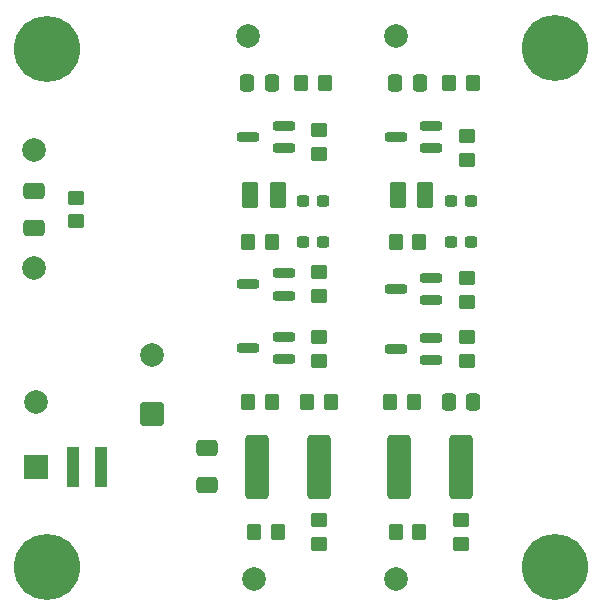
<source format=gts>
%TF.GenerationSoftware,KiCad,Pcbnew,9.0.4*%
%TF.CreationDate,2025-09-17T14:50:29+08:00*%
%TF.ProjectId,YUV Circuit,59555620-4369-4726-9375-69742e6b6963,rev?*%
%TF.SameCoordinates,Original*%
%TF.FileFunction,Soldermask,Top*%
%TF.FilePolarity,Negative*%
%FSLAX46Y46*%
G04 Gerber Fmt 4.6, Leading zero omitted, Abs format (unit mm)*
G04 Created by KiCad (PCBNEW 9.0.4) date 2025-09-17 14:50:29*
%MOMM*%
%LPD*%
G01*
G04 APERTURE LIST*
G04 Aperture macros list*
%AMRoundRect*
0 Rectangle with rounded corners*
0 $1 Rounding radius*
0 $2 $3 $4 $5 $6 $7 $8 $9 X,Y pos of 4 corners*
0 Add a 4 corners polygon primitive as box body*
4,1,4,$2,$3,$4,$5,$6,$7,$8,$9,$2,$3,0*
0 Add four circle primitives for the rounded corners*
1,1,$1+$1,$2,$3*
1,1,$1+$1,$4,$5*
1,1,$1+$1,$6,$7*
1,1,$1+$1,$8,$9*
0 Add four rect primitives between the rounded corners*
20,1,$1+$1,$2,$3,$4,$5,0*
20,1,$1+$1,$4,$5,$6,$7,0*
20,1,$1+$1,$6,$7,$8,$9,0*
20,1,$1+$1,$8,$9,$2,$3,0*%
G04 Aperture macros list end*
%ADD10C,5.600000*%
%ADD11C,2.000000*%
%ADD12RoundRect,0.250000X-0.450000X0.350000X-0.450000X-0.350000X0.450000X-0.350000X0.450000X0.350000X0*%
%ADD13RoundRect,0.250000X-0.337500X-0.475000X0.337500X-0.475000X0.337500X0.475000X-0.337500X0.475000X0*%
%ADD14RoundRect,0.250000X0.350000X0.450000X-0.350000X0.450000X-0.350000X-0.450000X0.350000X-0.450000X0*%
%ADD15RoundRect,0.250000X0.450000X-0.350000X0.450000X0.350000X-0.450000X0.350000X-0.450000X-0.350000X0*%
%ADD16RoundRect,0.250000X0.337500X0.475000X-0.337500X0.475000X-0.337500X-0.475000X0.337500X-0.475000X0*%
%ADD17RoundRect,0.200000X0.750000X0.200000X-0.750000X0.200000X-0.750000X-0.200000X0.750000X-0.200000X0*%
%ADD18R,2.000000X2.000000*%
%ADD19RoundRect,0.249999X0.737501X2.450001X-0.737501X2.450001X-0.737501X-2.450001X0.737501X-2.450001X0*%
%ADD20RoundRect,0.237500X0.300000X0.237500X-0.300000X0.237500X-0.300000X-0.237500X0.300000X-0.237500X0*%
%ADD21RoundRect,0.250001X-0.462499X-0.849999X0.462499X-0.849999X0.462499X0.849999X-0.462499X0.849999X0*%
%ADD22RoundRect,0.250000X-0.350000X-0.450000X0.350000X-0.450000X0.350000X0.450000X-0.350000X0.450000X0*%
%ADD23R,0.980000X3.400000*%
%ADD24RoundRect,0.250000X0.750000X-0.750000X0.750000X0.750000X-0.750000X0.750000X-0.750000X-0.750000X0*%
%ADD25RoundRect,0.250000X0.650000X-0.412500X0.650000X0.412500X-0.650000X0.412500X-0.650000X-0.412500X0*%
%ADD26RoundRect,0.250000X-0.650000X0.412500X-0.650000X-0.412500X0.650000X-0.412500X0.650000X0.412500X0*%
G04 APERTURE END LIST*
D10*
%TO.C,REF\u002A\u002A*%
X196000000Y-134000000D03*
%TD*%
%TO.C,REF\u002A\u002A*%
X153000000Y-134000000D03*
%TD*%
%TO.C,REF\u002A\u002A*%
X196000000Y-90000000D03*
%TD*%
%TO.C,REF\u002A\u002A*%
X153000000Y-90100000D03*
%TD*%
D11*
%TO.C,Y2*%
X151900000Y-98700000D03*
%TD*%
%TO.C,R-Y1*%
X182500000Y-89000000D03*
%TD*%
%TO.C,PR1*%
X182500000Y-135000000D03*
%TD*%
%TO.C,GND1*%
X152000000Y-120000000D03*
%TD*%
%TO.C,B-Y1*%
X170000000Y-89000000D03*
%TD*%
%TO.C,PB1*%
X170500000Y-135000000D03*
%TD*%
%TO.C,Y1*%
X151900000Y-108700000D03*
%TD*%
D12*
%TO.C,RR6*%
X188500000Y-109500000D03*
X188500000Y-111500000D03*
%TD*%
%TO.C,RR3*%
X188000000Y-130000000D03*
X188000000Y-132000000D03*
%TD*%
D13*
%TO.C,RR2*%
X186962500Y-120000000D03*
X189037500Y-120000000D03*
%TD*%
D14*
%TO.C,RR7*%
X184500000Y-106500000D03*
X182500000Y-106500000D03*
%TD*%
D15*
%TO.C,RY1*%
X155400000Y-104700000D03*
X155400000Y-102700000D03*
%TD*%
D16*
%TO.C,CB4*%
X172000000Y-93000000D03*
X169925000Y-93000000D03*
%TD*%
D17*
%TO.C,QR2*%
X185500000Y-111400000D03*
X185500000Y-109500000D03*
X182500000Y-110450000D03*
%TD*%
D12*
%TO.C,RB8*%
X176000000Y-97000000D03*
X176000000Y-99000000D03*
%TD*%
D17*
%TO.C,QB2*%
X173000000Y-111000000D03*
X173000000Y-109100000D03*
X170000000Y-110050000D03*
%TD*%
D18*
%TO.C,8V1*%
X152000000Y-125500000D03*
%TD*%
D19*
%TO.C,CR1*%
X188000000Y-125500000D03*
X182725000Y-125500000D03*
%TD*%
D20*
%TO.C,CB2*%
X176362500Y-106500000D03*
X174637500Y-106500000D03*
%TD*%
D14*
%TO.C,RB7*%
X172000000Y-106500000D03*
X170000000Y-106500000D03*
%TD*%
D17*
%TO.C,QB1*%
X173000000Y-116400000D03*
X173000000Y-114500000D03*
X170000000Y-115450000D03*
%TD*%
D21*
%TO.C,LR1*%
X182675000Y-102500000D03*
X185000000Y-102500000D03*
%TD*%
D20*
%TO.C,CR3*%
X188862500Y-103000000D03*
X187137500Y-103000000D03*
%TD*%
D22*
%TO.C,RB9*%
X174500000Y-93000000D03*
X176500000Y-93000000D03*
%TD*%
D19*
%TO.C,CB1*%
X176000000Y-125500000D03*
X170725000Y-125500000D03*
%TD*%
D23*
%TO.C,L81*%
X155130000Y-125500000D03*
X157500000Y-125500000D03*
%TD*%
D21*
%TO.C,LB1*%
X170175000Y-102500000D03*
X172500000Y-102500000D03*
%TD*%
D17*
%TO.C,QR1*%
X185500000Y-116450000D03*
X185500000Y-114550000D03*
X182500000Y-115500000D03*
%TD*%
D24*
%TO.C,C81*%
X161867677Y-121000000D03*
D11*
X161867677Y-116000000D03*
%TD*%
D16*
%TO.C,CR4*%
X184537500Y-93000000D03*
X182462500Y-93000000D03*
%TD*%
D25*
%TO.C,CY1*%
X151900000Y-105262500D03*
X151900000Y-102137500D03*
%TD*%
D22*
%TO.C,RB1*%
X170500000Y-131000000D03*
X172500000Y-131000000D03*
%TD*%
D12*
%TO.C,RR5*%
X188500000Y-114500000D03*
X188500000Y-116500000D03*
%TD*%
%TO.C,RB5*%
X176000000Y-114500000D03*
X176000000Y-116500000D03*
%TD*%
D22*
%TO.C,RR1*%
X182500000Y-131000000D03*
X184500000Y-131000000D03*
%TD*%
D12*
%TO.C,RB6*%
X176000000Y-109000000D03*
X176000000Y-111000000D03*
%TD*%
%TO.C,RB3*%
X176000000Y-130000000D03*
X176000000Y-132000000D03*
%TD*%
D14*
%TO.C,RB4*%
X172000000Y-120000000D03*
X170000000Y-120000000D03*
%TD*%
D22*
%TO.C,RB2*%
X175000000Y-120000000D03*
X177000000Y-120000000D03*
%TD*%
D12*
%TO.C,RR8*%
X188500000Y-97500000D03*
X188500000Y-99500000D03*
%TD*%
D17*
%TO.C,QB3*%
X173000000Y-98500000D03*
X173000000Y-96600000D03*
X170000000Y-97550000D03*
%TD*%
D14*
%TO.C,RR4*%
X184000000Y-120000000D03*
X182000000Y-120000000D03*
%TD*%
D20*
%TO.C,CR2*%
X188862500Y-106500000D03*
X187137500Y-106500000D03*
%TD*%
D17*
%TO.C,QR3*%
X185500000Y-98500000D03*
X185500000Y-96600000D03*
X182500000Y-97550000D03*
%TD*%
D22*
%TO.C,RR9*%
X187000000Y-93000000D03*
X189000000Y-93000000D03*
%TD*%
D20*
%TO.C,CB3*%
X176362500Y-103000000D03*
X174637500Y-103000000D03*
%TD*%
D26*
%TO.C,C82*%
X166500000Y-123937500D03*
X166500000Y-127062500D03*
%TD*%
M02*

</source>
